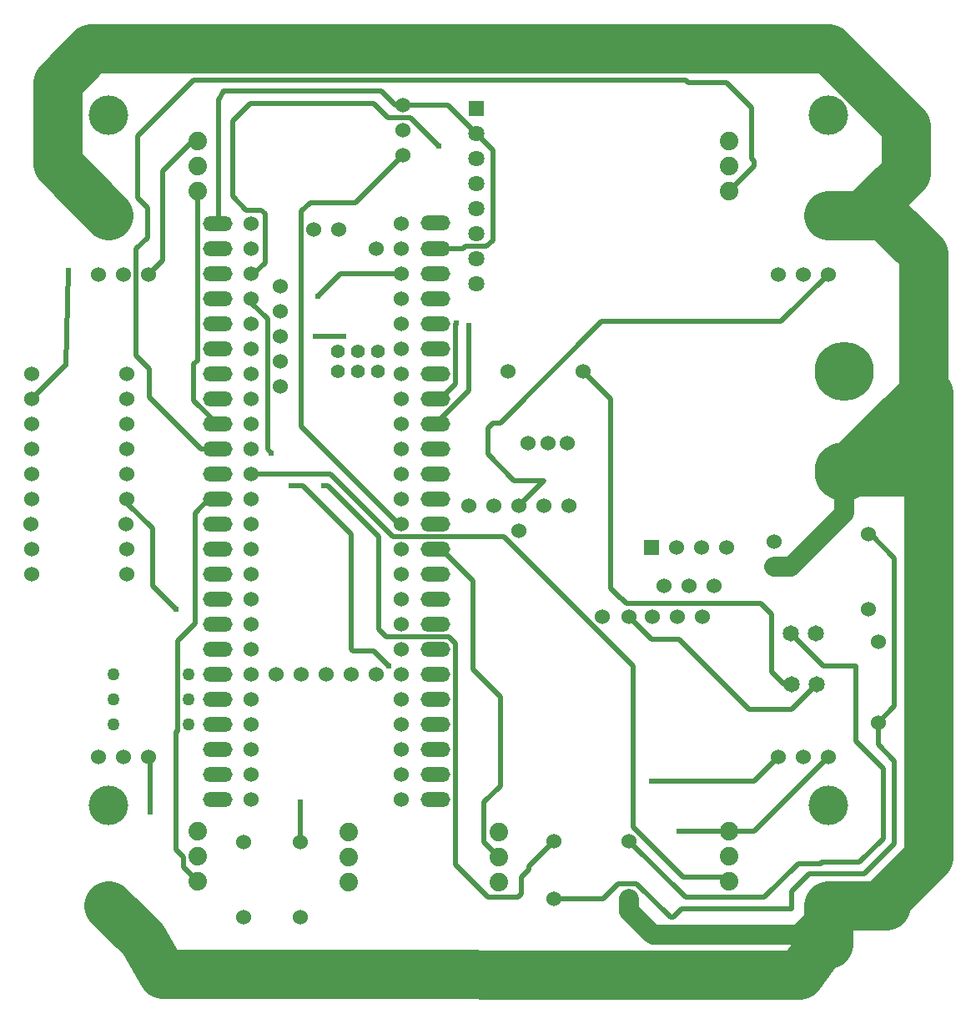
<source format=gbl>
G04 Layer: BottomLayer*
G04 EasyEDA v6.5.47, 2024-09-27 14:37:58*
G04 50ea7e365bea4ea1a0dfe67087e7319b,c4deba93543447318b7234f01b5a2252,10*
G04 Gerber Generator version 0.2*
G04 Scale: 100 percent, Rotated: No, Reflected: No *
G04 Dimensions in millimeters *
G04 leading zeros omitted , absolute positions ,4 integer and 5 decimal *
%FSLAX45Y45*%
%MOMM*%

%ADD10C,0.5000*%
%ADD11C,2.0000*%
%ADD12C,5.0000*%
%ADD13R,1.6332X1.6332*%
%ADD14C,1.6332*%
%ADD15C,1.5240*%
%ADD16C,1.6500*%
%ADD17C,1.8796*%
%ADD18C,4.0000*%
%ADD19C,6.0000*%
%ADD20R,1.5240X1.5240*%
%ADD21C,1.4000*%
%ADD22C,1.2600*%
%ADD23O,2.999994X1.499997*%
%ADD24C,0.6200*%
%ADD25C,0.0167*%

%LPD*%
D10*
X6362700Y1054100D02*
G01*
X6616700Y1308100D01*
X6311900Y1308100D01*
X6045200Y1574800D01*
X6045200Y1841500D01*
X6096000Y1892300D01*
X6172200Y1892300D01*
X7200900Y2921000D01*
X9020987Y2921000D01*
X9499981Y3399993D01*
X9499981Y-1499996D02*
G01*
X8753983Y-2245995D01*
X8499983Y-2245995D01*
X5511800Y3657600D02*
G01*
X5791200Y3657600D01*
X5816600Y3683000D01*
X6033770Y3683000D01*
X6096000Y3745229D01*
X6096000Y4660900D01*
X5930900Y4826000D01*
X7480300Y-2349500D02*
G01*
X8051800Y-2921000D01*
X8851900Y-2921000D01*
X9194800Y-2578100D01*
X9423400Y-2578100D01*
X9436100Y-2565400D01*
X9817100Y-2565400D01*
X10058400Y-2324100D01*
X10058400Y-1612900D01*
X9779000Y-1333500D01*
X9779000Y-571500D01*
X9448800Y-571500D01*
X9118600Y-241300D01*
X10007600Y-1149095D02*
G01*
X10172700Y-983995D01*
X10172700Y520700D01*
X9931400Y762000D01*
X9906000Y762000D01*
X6718300Y-2933700D02*
G01*
X7213600Y-2933700D01*
X7366000Y-2781300D01*
X7556500Y-2781300D01*
X7899400Y-3124200D01*
X7924800Y-3124200D01*
X8013700Y-3035300D01*
X9131300Y-3035300D01*
X9131300Y-2857500D01*
X9309100Y-2679700D01*
X9867900Y-2679700D01*
X10172700Y-2374900D01*
X10172700Y-1536700D01*
X10007600Y-1371600D01*
X10007600Y-1149095D01*
D11*
X9499981Y-2999994D02*
G01*
X9197975Y-3302000D01*
X7721600Y-3302000D01*
X7480300Y-3060700D01*
X7480300Y-2933700D01*
D10*
X3302000Y1879600D02*
G01*
X3060700Y2120900D01*
X3060700Y2489200D01*
X3099993Y2528493D01*
X3099993Y4245990D01*
X3099993Y-2753995D02*
G01*
X2959100Y-2613101D01*
X2959100Y-2514600D01*
X2882900Y-2438400D01*
X2882900Y-1244600D01*
X2895600Y-1231900D01*
X2895600Y-317500D01*
X3073400Y-139700D01*
X3073400Y977900D01*
X3213100Y1117600D01*
X3302000Y1117600D01*
X2882900Y0D02*
G01*
X2641600Y241300D01*
X2641600Y825500D01*
X2386406Y1080693D01*
X2386406Y1121994D01*
X4318000Y3175000D02*
G01*
X4546600Y3403600D01*
X5168900Y3403600D01*
D11*
X8953500Y431800D02*
G01*
X9118600Y431800D01*
X9664700Y977900D01*
X9664700Y1397000D01*
D12*
X9499981Y3999992D02*
G01*
X9854691Y3999992D01*
X10287000Y4432300D01*
X10287000Y4902200D01*
X9499600Y5689600D01*
X2019300Y5689600D01*
X1676400Y5346700D01*
X1676400Y4523587D01*
X2199995Y3999992D01*
X9499981Y-2999994D02*
G01*
X9499981Y-3390900D01*
X9436100Y-3390900D01*
X9207500Y-3708400D01*
X2743200Y-3695700D01*
X2540000Y-3339998D01*
X2199995Y-2999994D01*
X9664700Y1397000D02*
G01*
X10515600Y1397000D01*
X9499981Y-2999994D02*
G01*
X10083800Y-2999994D01*
X10083800Y-2946400D01*
X10515600Y-2514600D01*
X10515600Y2197100D01*
X9499981Y3999992D02*
G01*
X10096500Y3999992D01*
X10096500Y3975100D01*
X10464800Y3606800D01*
X10464800Y2197100D01*
X9664700Y1397000D01*
D10*
X7010400Y2413000D02*
G01*
X7289800Y2133600D01*
X7289800Y215900D01*
X7391400Y114300D01*
X7404100Y114300D01*
X7454900Y63500D01*
X8813800Y63500D01*
X8928100Y-50800D01*
X8928100Y-635000D01*
X9055100Y-762000D01*
X9131300Y-762000D01*
X4584700Y2768600D02*
G01*
X4292600Y2768600D01*
X5727700Y2908300D02*
G01*
X5715000Y2895600D01*
X5715000Y2286000D01*
X5562600Y2133600D01*
X5511800Y2133600D01*
X5511800Y1879600D02*
G01*
X5854700Y2222500D01*
X5854700Y2882900D01*
X5930900Y4826000D02*
G01*
X5638800Y5118100D01*
X5181600Y5118100D01*
X5549900Y4699000D02*
G01*
X5257800Y4991100D01*
X5029200Y4991100D01*
X4889500Y5130800D01*
X3632200Y5130800D01*
X3454400Y4953000D01*
X3454400Y4191000D01*
X3594100Y4051300D01*
X3746500Y4051300D01*
X3784600Y4013200D01*
X3784600Y3517900D01*
X3670300Y3403600D01*
X3644900Y3403600D01*
X3302000Y3911600D02*
G01*
X3314700Y3924300D01*
X3314700Y5168900D01*
X3365500Y5257800D01*
X3370325Y5257800D01*
X4965700Y5257800D01*
X5105400Y5118100D01*
X5181600Y5118100D01*
X4140200Y-2362200D02*
G01*
X4140200Y-1955800D01*
X8499983Y-2753995D02*
G01*
X8463788Y-2717800D01*
X8026400Y-2717800D01*
X7518400Y-2209800D01*
X7518400Y-571500D01*
X6210300Y736600D01*
X5080000Y736600D01*
X4445000Y1371600D01*
X3644900Y1371600D01*
X6159500Y-2514600D02*
G01*
X6007100Y-2362200D01*
X6007100Y-1955800D01*
X6172200Y-1790700D01*
X6172200Y-889000D01*
X5892800Y-609600D01*
X5892800Y292100D01*
X5575300Y609600D01*
X5511800Y609600D01*
X6718300Y-2349500D02*
G01*
X6464300Y-2603500D01*
X6464300Y-2641600D01*
X6388100Y-2717800D01*
X6388100Y-2882900D01*
X6350000Y-2921000D01*
X6045200Y-2921000D01*
X5715000Y-2590800D01*
X5715000Y-1866900D01*
X5715000Y-533400D01*
X5715000Y-342900D01*
X5651500Y-279400D01*
X5016500Y-279400D01*
X4940300Y-203200D01*
X4940300Y-127000D01*
X4940300Y736600D01*
X4419600Y1257300D01*
X4381500Y1257300D01*
X8991981Y-1499996D02*
G01*
X8752077Y-1739900D01*
X7708900Y-1739900D01*
X5041900Y-571500D02*
G01*
X4940300Y-469900D01*
X4889500Y-419100D01*
X4673600Y-419100D01*
X4660900Y-406400D01*
X4660900Y762000D01*
X4165600Y1257300D01*
X4051300Y1257300D01*
X3848100Y1587500D02*
G01*
X3810000Y1625600D01*
X3810000Y2946400D01*
X3644900Y3111500D01*
X3644900Y3149600D01*
X2599994Y3399993D02*
G01*
X2743200Y3543198D01*
X2743200Y4445000D01*
X3052190Y4753990D01*
X3099993Y4753990D01*
X2599994Y-1499996D02*
G01*
X2616200Y-1516202D01*
X2616200Y-2057400D01*
X9385300Y-762000D02*
G01*
X9131300Y-1016000D01*
X8699500Y-1016000D01*
X7988300Y-304800D01*
X7704709Y-304800D01*
X7476109Y-76200D01*
X5181600Y4610100D02*
G01*
X4699000Y4127500D01*
X4241800Y4127500D01*
X4152900Y4038600D01*
X4152900Y1854200D01*
X5143500Y863600D01*
X5168900Y863600D01*
X1421129Y2137918D02*
G01*
X1764284Y2481071D01*
X1765300Y2476500D01*
X1790700Y3441700D01*
X8499983Y-2245995D02*
G01*
X7988300Y-2245995D01*
X8500109Y4246118D02*
G01*
X8750300Y4496307D01*
X8750300Y4546600D01*
X8724900Y4572000D01*
X8724900Y5092700D01*
X8470900Y5346700D01*
X8077200Y5346700D01*
X8051800Y5372100D01*
X3060700Y5372100D01*
X2489200Y4800600D01*
X2489200Y4178300D01*
X2590800Y4076700D01*
X2590800Y3771900D01*
X2476500Y3657600D01*
X2476500Y2573528D01*
X2609088Y2440686D01*
X2609088Y2153412D01*
X3136900Y1625600D01*
X3302000Y1625600D01*
D13*
G01*
X5930900Y5080000D03*
D14*
G01*
X5930900Y4826000D03*
G01*
X5930900Y4572000D03*
G01*
X5930900Y4318000D03*
G01*
X5930900Y4064000D03*
G01*
X5930900Y3810000D03*
G01*
X5930900Y3556000D03*
G01*
X5930900Y3302000D03*
D15*
G01*
X6248400Y2413000D03*
G01*
X7010400Y2413000D03*
D16*
G01*
X9131300Y-762000D03*
G01*
X9385300Y-762000D03*
G01*
X9118600Y-241300D03*
G01*
X9372600Y-241300D03*
D17*
G01*
X3099993Y4245990D03*
G01*
X3099993Y4499990D03*
G01*
X3099993Y4753990D03*
G01*
X8499983Y4245990D03*
G01*
X8499983Y4499990D03*
G01*
X8499983Y4753990D03*
G01*
X8499983Y-2753995D03*
G01*
X8499983Y-2499995D03*
G01*
X8499983Y-2245995D03*
G01*
X3099993Y-2753995D03*
G01*
X3099993Y-2499995D03*
G01*
X3099993Y-2245995D03*
D15*
G01*
X4140200Y-3124200D03*
G01*
X4140200Y-2362200D03*
G01*
X6718300Y-2349500D03*
G01*
X7480300Y-2349500D03*
G01*
X3568700Y-3124200D03*
G01*
X3568700Y-2362200D03*
G01*
X6718300Y-2933700D03*
G01*
X7480300Y-2933700D03*
G01*
X8953500Y431800D03*
G01*
X8953500Y685800D03*
G01*
X2599994Y3399993D03*
G01*
X2345994Y3399993D03*
G01*
X2091994Y3399993D03*
G01*
X5181600Y5118100D03*
G01*
X5181600Y4864100D03*
G01*
X5181600Y4610100D03*
G01*
X9499981Y3399993D03*
G01*
X9245981Y3399993D03*
G01*
X8991981Y3399993D03*
G01*
X9499981Y-1499996D03*
G01*
X9245981Y-1499996D03*
G01*
X8991981Y-1499996D03*
G01*
X2599994Y-1499996D03*
G01*
X2345994Y-1499996D03*
G01*
X2091994Y-1499996D03*
D18*
G01*
X2199995Y3999992D03*
G01*
X2199995Y5015992D03*
G01*
X2199995Y-2999994D03*
G01*
X2199995Y-1983994D03*
G01*
X9499981Y3999992D03*
G01*
X9499981Y5015992D03*
G01*
X9499981Y-2999994D03*
G01*
X9499981Y-1983994D03*
D19*
G01*
X9664700Y1397000D03*
G01*
X9664700Y2413000D03*
D20*
G01*
X7708900Y626821D03*
D15*
G01*
X7835900Y236804D03*
G01*
X7962900Y626821D03*
G01*
X8089900Y236804D03*
G01*
X8216900Y626821D03*
G01*
X8343900Y236804D03*
G01*
X8470900Y626821D03*
G01*
X10007600Y-1149095D03*
G01*
X10007600Y-324104D03*
G01*
X6454800Y1689100D03*
G01*
X6654800Y1689100D03*
G01*
X6854799Y1689100D03*
G01*
X9906000Y0D03*
G01*
X9906000Y762000D03*
G01*
X3644900Y-1930400D03*
G01*
X3644900Y-1422400D03*
G01*
X3644900Y-1168400D03*
G01*
X3644900Y-1676400D03*
G01*
X3644900Y-914400D03*
G01*
X5168900Y-1676400D03*
G01*
X5168900Y-1930400D03*
G01*
X3644900Y-660400D03*
G01*
X3898900Y-660400D03*
G01*
X4152900Y-660400D03*
G01*
X4406900Y-660400D03*
G01*
X4660900Y-660400D03*
G01*
X4914900Y-660400D03*
G01*
X5168900Y-660400D03*
G01*
X5168900Y-914400D03*
G01*
X5168900Y-1168400D03*
G01*
X5168900Y-1422400D03*
G01*
X3644900Y-406400D03*
G01*
X3644900Y101600D03*
G01*
X3644900Y355600D03*
G01*
X3644900Y609600D03*
G01*
X3644900Y863600D03*
G01*
X3644900Y1117600D03*
G01*
X3644900Y1371600D03*
G01*
X3644900Y1625600D03*
G01*
X3644900Y1879600D03*
G01*
X3644900Y2133600D03*
G01*
X3644900Y2387600D03*
G01*
X3644900Y2641600D03*
G01*
X3644900Y2895600D03*
G01*
X3644900Y3149600D03*
G01*
X3644900Y3403600D03*
G01*
X3644900Y3657600D03*
G01*
X3644900Y3911600D03*
G01*
X5168900Y3911600D03*
G01*
X5168900Y3657600D03*
G01*
X5168900Y3403600D03*
G01*
X5168900Y3149600D03*
G01*
X5168900Y2895600D03*
G01*
X5168900Y2641600D03*
G01*
X5168900Y2387600D03*
G01*
X5168900Y2133600D03*
G01*
X5168900Y1879600D03*
G01*
X5168900Y1625600D03*
G01*
X5168900Y1371600D03*
G01*
X5168900Y1117600D03*
G01*
X5168900Y863600D03*
G01*
X5168900Y609600D03*
G01*
X5168900Y355600D03*
G01*
X5168900Y101600D03*
G01*
X5168900Y-406400D03*
G01*
X4914900Y3657600D03*
D21*
G01*
X4728895Y2614599D03*
G01*
X4928895Y2414600D03*
G01*
X4928895Y2614599D03*
D15*
G01*
X5168900Y-152400D03*
G01*
X3644900Y-152400D03*
G01*
X4279900Y3850589D03*
G01*
X4533900Y3850589D03*
G01*
X3944899Y3276600D03*
G01*
X3944899Y3022600D03*
G01*
X3944899Y2768600D03*
G01*
X3944899Y2514600D03*
G01*
X3944899Y2260600D03*
D21*
G01*
X4528896Y2614599D03*
G01*
X4728895Y2414600D03*
G01*
X4528896Y2414600D03*
D15*
G01*
X5854700Y1054100D03*
G01*
X6108700Y1054100D03*
G01*
X6362700Y1054100D03*
G01*
X6616700Y1054100D03*
G01*
X6870700Y1054100D03*
G01*
X6362700Y800100D03*
G01*
X7974101Y-76200D03*
G01*
X8228101Y-76200D03*
G01*
X7476109Y-76200D03*
G01*
X7720101Y-76200D03*
G01*
X7212101Y-76200D03*
D22*
G01*
X2247900Y-660400D03*
G01*
X3009900Y-660400D03*
G01*
X2247900Y-914400D03*
G01*
X3009900Y-914400D03*
G01*
X2247900Y-1168400D03*
G01*
X3009900Y-1168400D03*
D15*
G01*
X2386406Y359994D03*
G01*
X2386406Y613994D03*
G01*
X2373706Y867994D03*
G01*
X2386406Y1121994D03*
G01*
X2386406Y1375994D03*
G01*
X2386406Y1629994D03*
G01*
X2386406Y1883994D03*
G01*
X2386406Y2137994D03*
G01*
X2386406Y2391994D03*
G01*
X1421206Y359994D03*
G01*
X1421206Y613994D03*
G01*
X1408506Y867994D03*
G01*
X1421206Y1121994D03*
G01*
X1421206Y1375994D03*
G01*
X1421206Y1629994D03*
G01*
X1421206Y1883994D03*
G01*
X1421206Y2137994D03*
G01*
X1421206Y2391994D03*
D17*
G01*
X4635500Y-2260600D03*
G01*
X4635500Y-2514600D03*
G01*
X4635500Y-2768600D03*
G01*
X6159500Y-2260600D03*
G01*
X6159500Y-2514600D03*
G01*
X6159500Y-2768600D03*
D23*
G01*
X3302000Y863600D03*
G01*
X3302000Y1117600D03*
G01*
X3302000Y1371600D03*
G01*
X3302000Y1625600D03*
G01*
X3302000Y1879600D03*
G01*
X3302000Y2133600D03*
G01*
X3302000Y2387600D03*
G01*
X3302000Y2641600D03*
G01*
X3302000Y2895600D03*
G01*
X3302000Y3149600D03*
G01*
X3302000Y3403600D03*
G01*
X3302000Y3657600D03*
G01*
X3302000Y3911600D03*
G01*
X3302000Y609600D03*
G01*
X3302000Y355600D03*
G01*
X3302000Y101600D03*
G01*
X3302000Y-152400D03*
G01*
X3302000Y-406400D03*
G01*
X3302000Y-660400D03*
G01*
X3302000Y-914400D03*
G01*
X3302000Y-1168400D03*
G01*
X3302000Y-1422400D03*
G01*
X3302000Y-1676400D03*
G01*
X3302000Y-1930400D03*
G01*
X5511800Y3657600D03*
G01*
X5511800Y3403600D03*
G01*
X5511800Y3149600D03*
G01*
X5511800Y2895600D03*
G01*
X5511800Y2641600D03*
G01*
X5511800Y2387600D03*
G01*
X5511800Y2133600D03*
G01*
X5511800Y1879600D03*
G01*
X5511800Y1625600D03*
G01*
X5511800Y1371600D03*
G01*
X5511800Y1117600D03*
G01*
X5511800Y863600D03*
G01*
X5511800Y609600D03*
G01*
X5511800Y355600D03*
G01*
X5511800Y101600D03*
G01*
X5511800Y-152400D03*
G01*
X5511800Y-406400D03*
G01*
X5511800Y-660400D03*
G01*
X5511800Y-914400D03*
G01*
X5511800Y-1168400D03*
G01*
X5511800Y-1422400D03*
G01*
X5511800Y-1676400D03*
G01*
X5511800Y-1930400D03*
G01*
X5511800Y3924300D03*
D24*
G01*
X4318000Y3175000D03*
G01*
X2882900Y0D03*
G01*
X4584700Y2768600D03*
G01*
X4292600Y2768600D03*
G01*
X5727700Y2908300D03*
G01*
X5854700Y2882900D03*
G01*
X5549900Y4699000D03*
G01*
X4140200Y-1955800D03*
G01*
X4381500Y1257300D03*
G01*
X7708900Y-1739900D03*
G01*
X5041900Y-571500D03*
G01*
X4051300Y1257300D03*
G01*
X3848100Y1587500D03*
G01*
X1790700Y3441700D03*
G01*
X2616200Y-2057400D03*
G01*
X7988300Y-2245995D03*
M02*

</source>
